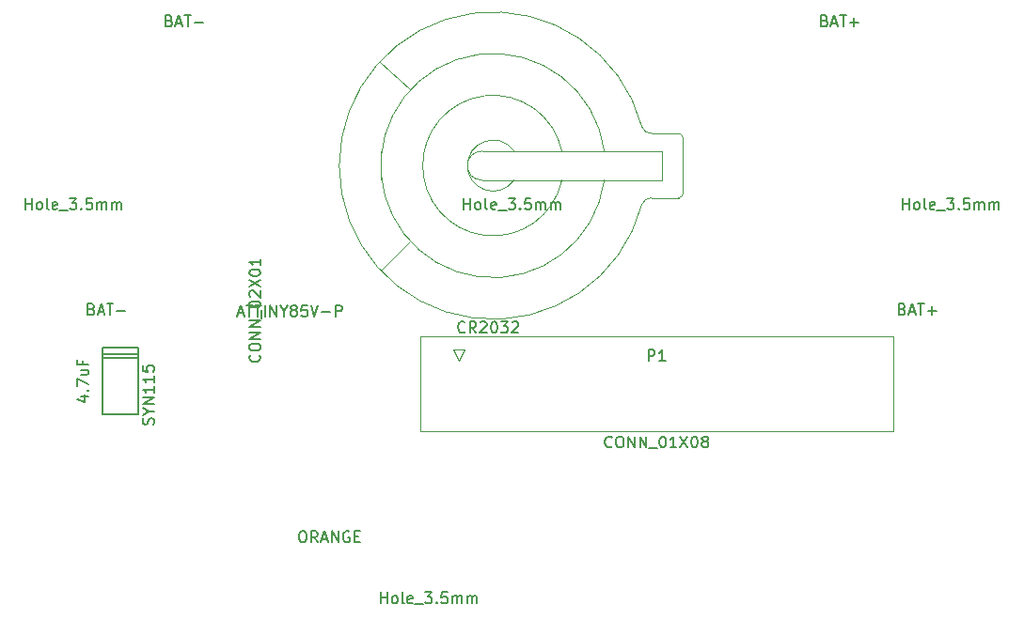
<source format=gbr>
G04 #@! TF.FileFunction,Other,Fab,Top*
%FSLAX46Y46*%
G04 Gerber Fmt 4.6, Leading zero omitted, Abs format (unit mm)*
G04 Created by KiCad (PCBNEW 4.0.5+dfsg1-4) date Tue May 16 10:22:51 2017*
%MOMM*%
%LPD*%
G01*
G04 APERTURE LIST*
%ADD10C,0.100000*%
%ADD11C,0.150000*%
G04 APERTURE END LIST*
D10*
X75200000Y-148350000D02*
X75200000Y-156950000D01*
X75200000Y-156950000D02*
X117840000Y-156950000D01*
X117840000Y-156950000D02*
X117840000Y-148350000D01*
X117840000Y-148350000D02*
X75200000Y-148350000D01*
X79240000Y-149600000D02*
X78740000Y-150600000D01*
X78740000Y-150600000D02*
X78240000Y-149600000D01*
X78240000Y-149600000D02*
X79240000Y-149600000D01*
X67940491Y-133033425D02*
G75*
G02X95190000Y-129500000I13849509J33425D01*
G01*
X67940491Y-132966575D02*
G75*
G03X95190000Y-136500000I13849509J-33425D01*
G01*
X95194277Y-129507818D02*
G75*
G03X96040000Y-130100000I845723J307818D01*
G01*
X95194277Y-136492182D02*
G75*
G02X96040000Y-135900000I845723J-307818D01*
G01*
X96040000Y-135900000D02*
X98490000Y-135900000D01*
X98490000Y-130100000D02*
X96040000Y-130100000D01*
X98490000Y-130100000D02*
G75*
G02X98890000Y-130500000I0J-400000D01*
G01*
X71770000Y-134300000D02*
G75*
G02X91810000Y-131700000I10020000J1300000D01*
G01*
X75458450Y-133203631D02*
G75*
G02X87990000Y-131700000I6331550J203631D01*
G01*
X79494552Y-133175833D02*
G75*
G02X83690000Y-131700000I2295448J175833D01*
G01*
X79494552Y-132824167D02*
G75*
G03X83690000Y-134300000I2295448J-175833D01*
G01*
X75458450Y-132796369D02*
G75*
G03X87990000Y-134300000I6331550J-203631D01*
G01*
X71770000Y-131700000D02*
G75*
G03X91810000Y-134300000I10020000J-1300000D01*
G01*
X98890000Y-135500000D02*
X98890000Y-130500000D01*
X96990000Y-131700000D02*
X80790000Y-131700000D01*
X80790000Y-134300000D02*
X96990000Y-134300000D01*
X80790000Y-131700000D02*
G75*
G03X80790000Y-134300000I0J-1300000D01*
G01*
X96990000Y-134300000D02*
X96990000Y-131700000D01*
X98490000Y-135900000D02*
G75*
G03X98890000Y-135500000I0J400000D01*
G01*
X74345900Y-126142000D02*
X71640000Y-123626600D01*
X74333200Y-139858000D02*
X71648100Y-142428800D01*
D11*
X49860000Y-149400000D02*
X46660000Y-149400000D01*
X46660000Y-149400000D02*
X46660000Y-155400000D01*
X46660000Y-155400000D02*
X49860000Y-155400000D01*
X49860000Y-155400000D02*
X49860000Y-149400000D01*
X49860000Y-150000000D02*
X46660000Y-150000000D01*
X49860000Y-150300000D02*
X46660000Y-150300000D01*
X51204762Y-156336667D02*
X51252381Y-156193810D01*
X51252381Y-155955714D01*
X51204762Y-155860476D01*
X51157143Y-155812857D01*
X51061905Y-155765238D01*
X50966667Y-155765238D01*
X50871429Y-155812857D01*
X50823810Y-155860476D01*
X50776190Y-155955714D01*
X50728571Y-156146191D01*
X50680952Y-156241429D01*
X50633333Y-156289048D01*
X50538095Y-156336667D01*
X50442857Y-156336667D01*
X50347619Y-156289048D01*
X50300000Y-156241429D01*
X50252381Y-156146191D01*
X50252381Y-155908095D01*
X50300000Y-155765238D01*
X50776190Y-155146191D02*
X51252381Y-155146191D01*
X50252381Y-155479524D02*
X50776190Y-155146191D01*
X50252381Y-154812857D01*
X51252381Y-154479524D02*
X50252381Y-154479524D01*
X51252381Y-153908095D01*
X50252381Y-153908095D01*
X51252381Y-152908095D02*
X51252381Y-153479524D01*
X51252381Y-153193810D02*
X50252381Y-153193810D01*
X50395238Y-153289048D01*
X50490476Y-153384286D01*
X50538095Y-153479524D01*
X51252381Y-151955714D02*
X51252381Y-152527143D01*
X51252381Y-152241429D02*
X50252381Y-152241429D01*
X50395238Y-152336667D01*
X50490476Y-152431905D01*
X50538095Y-152527143D01*
X50252381Y-151050952D02*
X50252381Y-151527143D01*
X50728571Y-151574762D01*
X50680952Y-151527143D01*
X50633333Y-151431905D01*
X50633333Y-151193809D01*
X50680952Y-151098571D01*
X50728571Y-151050952D01*
X50823810Y-151003333D01*
X51061905Y-151003333D01*
X51157143Y-151050952D01*
X51204762Y-151098571D01*
X51252381Y-151193809D01*
X51252381Y-151431905D01*
X51204762Y-151527143D01*
X51157143Y-151574762D01*
X92496191Y-158307143D02*
X92448572Y-158354762D01*
X92305715Y-158402381D01*
X92210477Y-158402381D01*
X92067619Y-158354762D01*
X91972381Y-158259524D01*
X91924762Y-158164286D01*
X91877143Y-157973810D01*
X91877143Y-157830952D01*
X91924762Y-157640476D01*
X91972381Y-157545238D01*
X92067619Y-157450000D01*
X92210477Y-157402381D01*
X92305715Y-157402381D01*
X92448572Y-157450000D01*
X92496191Y-157497619D01*
X93115238Y-157402381D02*
X93305715Y-157402381D01*
X93400953Y-157450000D01*
X93496191Y-157545238D01*
X93543810Y-157735714D01*
X93543810Y-158069048D01*
X93496191Y-158259524D01*
X93400953Y-158354762D01*
X93305715Y-158402381D01*
X93115238Y-158402381D01*
X93020000Y-158354762D01*
X92924762Y-158259524D01*
X92877143Y-158069048D01*
X92877143Y-157735714D01*
X92924762Y-157545238D01*
X93020000Y-157450000D01*
X93115238Y-157402381D01*
X93972381Y-158402381D02*
X93972381Y-157402381D01*
X94543810Y-158402381D01*
X94543810Y-157402381D01*
X95020000Y-158402381D02*
X95020000Y-157402381D01*
X95591429Y-158402381D01*
X95591429Y-157402381D01*
X95829524Y-158497619D02*
X96591429Y-158497619D01*
X97020000Y-157402381D02*
X97115239Y-157402381D01*
X97210477Y-157450000D01*
X97258096Y-157497619D01*
X97305715Y-157592857D01*
X97353334Y-157783333D01*
X97353334Y-158021429D01*
X97305715Y-158211905D01*
X97258096Y-158307143D01*
X97210477Y-158354762D01*
X97115239Y-158402381D01*
X97020000Y-158402381D01*
X96924762Y-158354762D01*
X96877143Y-158307143D01*
X96829524Y-158211905D01*
X96781905Y-158021429D01*
X96781905Y-157783333D01*
X96829524Y-157592857D01*
X96877143Y-157497619D01*
X96924762Y-157450000D01*
X97020000Y-157402381D01*
X98305715Y-158402381D02*
X97734286Y-158402381D01*
X98020000Y-158402381D02*
X98020000Y-157402381D01*
X97924762Y-157545238D01*
X97829524Y-157640476D01*
X97734286Y-157688095D01*
X98639048Y-157402381D02*
X99305715Y-158402381D01*
X99305715Y-157402381D02*
X98639048Y-158402381D01*
X99877143Y-157402381D02*
X99972382Y-157402381D01*
X100067620Y-157450000D01*
X100115239Y-157497619D01*
X100162858Y-157592857D01*
X100210477Y-157783333D01*
X100210477Y-158021429D01*
X100162858Y-158211905D01*
X100115239Y-158307143D01*
X100067620Y-158354762D01*
X99972382Y-158402381D01*
X99877143Y-158402381D01*
X99781905Y-158354762D01*
X99734286Y-158307143D01*
X99686667Y-158211905D01*
X99639048Y-158021429D01*
X99639048Y-157783333D01*
X99686667Y-157592857D01*
X99734286Y-157497619D01*
X99781905Y-157450000D01*
X99877143Y-157402381D01*
X100781905Y-157830952D02*
X100686667Y-157783333D01*
X100639048Y-157735714D01*
X100591429Y-157640476D01*
X100591429Y-157592857D01*
X100639048Y-157497619D01*
X100686667Y-157450000D01*
X100781905Y-157402381D01*
X100972382Y-157402381D01*
X101067620Y-157450000D01*
X101115239Y-157497619D01*
X101162858Y-157592857D01*
X101162858Y-157640476D01*
X101115239Y-157735714D01*
X101067620Y-157783333D01*
X100972382Y-157830952D01*
X100781905Y-157830952D01*
X100686667Y-157878571D01*
X100639048Y-157926190D01*
X100591429Y-158021429D01*
X100591429Y-158211905D01*
X100639048Y-158307143D01*
X100686667Y-158354762D01*
X100781905Y-158402381D01*
X100972382Y-158402381D01*
X101067620Y-158354762D01*
X101115239Y-158307143D01*
X101162858Y-158211905D01*
X101162858Y-158021429D01*
X101115239Y-157926190D01*
X101067620Y-157878571D01*
X100972382Y-157830952D01*
X95781905Y-150602381D02*
X95781905Y-149602381D01*
X96162858Y-149602381D01*
X96258096Y-149650000D01*
X96305715Y-149697619D01*
X96353334Y-149792857D01*
X96353334Y-149935714D01*
X96305715Y-150030952D01*
X96258096Y-150078571D01*
X96162858Y-150126190D01*
X95781905Y-150126190D01*
X97305715Y-150602381D02*
X96734286Y-150602381D01*
X97020000Y-150602381D02*
X97020000Y-149602381D01*
X96924762Y-149745238D01*
X96829524Y-149840476D01*
X96734286Y-149888095D01*
X79259762Y-147962143D02*
X79212143Y-148009762D01*
X79069286Y-148057381D01*
X78974048Y-148057381D01*
X78831190Y-148009762D01*
X78735952Y-147914524D01*
X78688333Y-147819286D01*
X78640714Y-147628810D01*
X78640714Y-147485952D01*
X78688333Y-147295476D01*
X78735952Y-147200238D01*
X78831190Y-147105000D01*
X78974048Y-147057381D01*
X79069286Y-147057381D01*
X79212143Y-147105000D01*
X79259762Y-147152619D01*
X80259762Y-148057381D02*
X79926428Y-147581190D01*
X79688333Y-148057381D02*
X79688333Y-147057381D01*
X80069286Y-147057381D01*
X80164524Y-147105000D01*
X80212143Y-147152619D01*
X80259762Y-147247857D01*
X80259762Y-147390714D01*
X80212143Y-147485952D01*
X80164524Y-147533571D01*
X80069286Y-147581190D01*
X79688333Y-147581190D01*
X80640714Y-147152619D02*
X80688333Y-147105000D01*
X80783571Y-147057381D01*
X81021667Y-147057381D01*
X81116905Y-147105000D01*
X81164524Y-147152619D01*
X81212143Y-147247857D01*
X81212143Y-147343095D01*
X81164524Y-147485952D01*
X80593095Y-148057381D01*
X81212143Y-148057381D01*
X81831190Y-147057381D02*
X81926429Y-147057381D01*
X82021667Y-147105000D01*
X82069286Y-147152619D01*
X82116905Y-147247857D01*
X82164524Y-147438333D01*
X82164524Y-147676429D01*
X82116905Y-147866905D01*
X82069286Y-147962143D01*
X82021667Y-148009762D01*
X81926429Y-148057381D01*
X81831190Y-148057381D01*
X81735952Y-148009762D01*
X81688333Y-147962143D01*
X81640714Y-147866905D01*
X81593095Y-147676429D01*
X81593095Y-147438333D01*
X81640714Y-147247857D01*
X81688333Y-147152619D01*
X81735952Y-147105000D01*
X81831190Y-147057381D01*
X82497857Y-147057381D02*
X83116905Y-147057381D01*
X82783571Y-147438333D01*
X82926429Y-147438333D01*
X83021667Y-147485952D01*
X83069286Y-147533571D01*
X83116905Y-147628810D01*
X83116905Y-147866905D01*
X83069286Y-147962143D01*
X83021667Y-148009762D01*
X82926429Y-148057381D01*
X82640714Y-148057381D01*
X82545476Y-148009762D01*
X82497857Y-147962143D01*
X83497857Y-147152619D02*
X83545476Y-147105000D01*
X83640714Y-147057381D01*
X83878810Y-147057381D01*
X83974048Y-147105000D01*
X84021667Y-147152619D01*
X84069286Y-147247857D01*
X84069286Y-147343095D01*
X84021667Y-147485952D01*
X83450238Y-148057381D01*
X84069286Y-148057381D01*
X111642858Y-119928571D02*
X111785715Y-119976190D01*
X111833334Y-120023810D01*
X111880953Y-120119048D01*
X111880953Y-120261905D01*
X111833334Y-120357143D01*
X111785715Y-120404762D01*
X111690477Y-120452381D01*
X111309524Y-120452381D01*
X111309524Y-119452381D01*
X111642858Y-119452381D01*
X111738096Y-119500000D01*
X111785715Y-119547619D01*
X111833334Y-119642857D01*
X111833334Y-119738095D01*
X111785715Y-119833333D01*
X111738096Y-119880952D01*
X111642858Y-119928571D01*
X111309524Y-119928571D01*
X112261905Y-120166667D02*
X112738096Y-120166667D01*
X112166667Y-120452381D02*
X112500000Y-119452381D01*
X112833334Y-120452381D01*
X113023810Y-119452381D02*
X113595239Y-119452381D01*
X113309524Y-120452381D02*
X113309524Y-119452381D01*
X113928572Y-120071429D02*
X114690477Y-120071429D01*
X114309525Y-120452381D02*
X114309525Y-119690476D01*
X52642858Y-119928571D02*
X52785715Y-119976190D01*
X52833334Y-120023810D01*
X52880953Y-120119048D01*
X52880953Y-120261905D01*
X52833334Y-120357143D01*
X52785715Y-120404762D01*
X52690477Y-120452381D01*
X52309524Y-120452381D01*
X52309524Y-119452381D01*
X52642858Y-119452381D01*
X52738096Y-119500000D01*
X52785715Y-119547619D01*
X52833334Y-119642857D01*
X52833334Y-119738095D01*
X52785715Y-119833333D01*
X52738096Y-119880952D01*
X52642858Y-119928571D01*
X52309524Y-119928571D01*
X53261905Y-120166667D02*
X53738096Y-120166667D01*
X53166667Y-120452381D02*
X53500000Y-119452381D01*
X53833334Y-120452381D01*
X54023810Y-119452381D02*
X54595239Y-119452381D01*
X54309524Y-120452381D02*
X54309524Y-119452381D01*
X54928572Y-120071429D02*
X55690477Y-120071429D01*
X64556000Y-165949381D02*
X64746477Y-165949381D01*
X64841715Y-165997000D01*
X64936953Y-166092238D01*
X64984572Y-166282714D01*
X64984572Y-166616048D01*
X64936953Y-166806524D01*
X64841715Y-166901762D01*
X64746477Y-166949381D01*
X64556000Y-166949381D01*
X64460762Y-166901762D01*
X64365524Y-166806524D01*
X64317905Y-166616048D01*
X64317905Y-166282714D01*
X64365524Y-166092238D01*
X64460762Y-165997000D01*
X64556000Y-165949381D01*
X65984572Y-166949381D02*
X65651238Y-166473190D01*
X65413143Y-166949381D02*
X65413143Y-165949381D01*
X65794096Y-165949381D01*
X65889334Y-165997000D01*
X65936953Y-166044619D01*
X65984572Y-166139857D01*
X65984572Y-166282714D01*
X65936953Y-166377952D01*
X65889334Y-166425571D01*
X65794096Y-166473190D01*
X65413143Y-166473190D01*
X66365524Y-166663667D02*
X66841715Y-166663667D01*
X66270286Y-166949381D02*
X66603619Y-165949381D01*
X66936953Y-166949381D01*
X67270286Y-166949381D02*
X67270286Y-165949381D01*
X67841715Y-166949381D01*
X67841715Y-165949381D01*
X68841715Y-165997000D02*
X68746477Y-165949381D01*
X68603620Y-165949381D01*
X68460762Y-165997000D01*
X68365524Y-166092238D01*
X68317905Y-166187476D01*
X68270286Y-166377952D01*
X68270286Y-166520810D01*
X68317905Y-166711286D01*
X68365524Y-166806524D01*
X68460762Y-166901762D01*
X68603620Y-166949381D01*
X68698858Y-166949381D01*
X68841715Y-166901762D01*
X68889334Y-166854143D01*
X68889334Y-166520810D01*
X68698858Y-166520810D01*
X69317905Y-166425571D02*
X69651239Y-166425571D01*
X69794096Y-166949381D02*
X69317905Y-166949381D01*
X69317905Y-165949381D01*
X69794096Y-165949381D01*
X60757143Y-150073809D02*
X60804762Y-150121428D01*
X60852381Y-150264285D01*
X60852381Y-150359523D01*
X60804762Y-150502381D01*
X60709524Y-150597619D01*
X60614286Y-150645238D01*
X60423810Y-150692857D01*
X60280952Y-150692857D01*
X60090476Y-150645238D01*
X59995238Y-150597619D01*
X59900000Y-150502381D01*
X59852381Y-150359523D01*
X59852381Y-150264285D01*
X59900000Y-150121428D01*
X59947619Y-150073809D01*
X59852381Y-149454762D02*
X59852381Y-149264285D01*
X59900000Y-149169047D01*
X59995238Y-149073809D01*
X60185714Y-149026190D01*
X60519048Y-149026190D01*
X60709524Y-149073809D01*
X60804762Y-149169047D01*
X60852381Y-149264285D01*
X60852381Y-149454762D01*
X60804762Y-149550000D01*
X60709524Y-149645238D01*
X60519048Y-149692857D01*
X60185714Y-149692857D01*
X59995238Y-149645238D01*
X59900000Y-149550000D01*
X59852381Y-149454762D01*
X60852381Y-148597619D02*
X59852381Y-148597619D01*
X60852381Y-148026190D01*
X59852381Y-148026190D01*
X60852381Y-147550000D02*
X59852381Y-147550000D01*
X60852381Y-146978571D01*
X59852381Y-146978571D01*
X60947619Y-146740476D02*
X60947619Y-145978571D01*
X59852381Y-145550000D02*
X59852381Y-145454761D01*
X59900000Y-145359523D01*
X59947619Y-145311904D01*
X60042857Y-145264285D01*
X60233333Y-145216666D01*
X60471429Y-145216666D01*
X60661905Y-145264285D01*
X60757143Y-145311904D01*
X60804762Y-145359523D01*
X60852381Y-145454761D01*
X60852381Y-145550000D01*
X60804762Y-145645238D01*
X60757143Y-145692857D01*
X60661905Y-145740476D01*
X60471429Y-145788095D01*
X60233333Y-145788095D01*
X60042857Y-145740476D01*
X59947619Y-145692857D01*
X59900000Y-145645238D01*
X59852381Y-145550000D01*
X59947619Y-144835714D02*
X59900000Y-144788095D01*
X59852381Y-144692857D01*
X59852381Y-144454761D01*
X59900000Y-144359523D01*
X59947619Y-144311904D01*
X60042857Y-144264285D01*
X60138095Y-144264285D01*
X60280952Y-144311904D01*
X60852381Y-144883333D01*
X60852381Y-144264285D01*
X59852381Y-143930952D02*
X60852381Y-143264285D01*
X59852381Y-143264285D02*
X60852381Y-143930952D01*
X59852381Y-142692857D02*
X59852381Y-142597618D01*
X59900000Y-142502380D01*
X59947619Y-142454761D01*
X60042857Y-142407142D01*
X60233333Y-142359523D01*
X60471429Y-142359523D01*
X60661905Y-142407142D01*
X60757143Y-142454761D01*
X60804762Y-142502380D01*
X60852381Y-142597618D01*
X60852381Y-142692857D01*
X60804762Y-142788095D01*
X60757143Y-142835714D01*
X60661905Y-142883333D01*
X60471429Y-142930952D01*
X60233333Y-142930952D01*
X60042857Y-142883333D01*
X59947619Y-142835714D01*
X59900000Y-142788095D01*
X59852381Y-142692857D01*
X60852381Y-141407142D02*
X60852381Y-141978571D01*
X60852381Y-141692857D02*
X59852381Y-141692857D01*
X59995238Y-141788095D01*
X60090476Y-141883333D01*
X60138095Y-141978571D01*
X44695714Y-153804761D02*
X45362381Y-153804761D01*
X44314762Y-154042857D02*
X45029048Y-154280952D01*
X45029048Y-153661904D01*
X45267143Y-153280952D02*
X45314762Y-153233333D01*
X45362381Y-153280952D01*
X45314762Y-153328571D01*
X45267143Y-153280952D01*
X45362381Y-153280952D01*
X44362381Y-152900000D02*
X44362381Y-152233333D01*
X45362381Y-152661905D01*
X44695714Y-151423809D02*
X45362381Y-151423809D01*
X44695714Y-151852381D02*
X45219524Y-151852381D01*
X45314762Y-151804762D01*
X45362381Y-151709524D01*
X45362381Y-151566666D01*
X45314762Y-151471428D01*
X45267143Y-151423809D01*
X44838571Y-150614285D02*
X44838571Y-150947619D01*
X45362381Y-150947619D02*
X44362381Y-150947619D01*
X44362381Y-150471428D01*
X118642858Y-145928571D02*
X118785715Y-145976190D01*
X118833334Y-146023810D01*
X118880953Y-146119048D01*
X118880953Y-146261905D01*
X118833334Y-146357143D01*
X118785715Y-146404762D01*
X118690477Y-146452381D01*
X118309524Y-146452381D01*
X118309524Y-145452381D01*
X118642858Y-145452381D01*
X118738096Y-145500000D01*
X118785715Y-145547619D01*
X118833334Y-145642857D01*
X118833334Y-145738095D01*
X118785715Y-145833333D01*
X118738096Y-145880952D01*
X118642858Y-145928571D01*
X118309524Y-145928571D01*
X119261905Y-146166667D02*
X119738096Y-146166667D01*
X119166667Y-146452381D02*
X119500000Y-145452381D01*
X119833334Y-146452381D01*
X120023810Y-145452381D02*
X120595239Y-145452381D01*
X120309524Y-146452381D02*
X120309524Y-145452381D01*
X120928572Y-146071429D02*
X121690477Y-146071429D01*
X121309525Y-146452381D02*
X121309525Y-145690476D01*
X45642858Y-145928571D02*
X45785715Y-145976190D01*
X45833334Y-146023810D01*
X45880953Y-146119048D01*
X45880953Y-146261905D01*
X45833334Y-146357143D01*
X45785715Y-146404762D01*
X45690477Y-146452381D01*
X45309524Y-146452381D01*
X45309524Y-145452381D01*
X45642858Y-145452381D01*
X45738096Y-145500000D01*
X45785715Y-145547619D01*
X45833334Y-145642857D01*
X45833334Y-145738095D01*
X45785715Y-145833333D01*
X45738096Y-145880952D01*
X45642858Y-145928571D01*
X45309524Y-145928571D01*
X46261905Y-146166667D02*
X46738096Y-146166667D01*
X46166667Y-146452381D02*
X46500000Y-145452381D01*
X46833334Y-146452381D01*
X47023810Y-145452381D02*
X47595239Y-145452381D01*
X47309524Y-146452381D02*
X47309524Y-145452381D01*
X47928572Y-146071429D02*
X48690477Y-146071429D01*
X79166667Y-136952381D02*
X79166667Y-135952381D01*
X79166667Y-136428571D02*
X79738096Y-136428571D01*
X79738096Y-136952381D02*
X79738096Y-135952381D01*
X80357143Y-136952381D02*
X80261905Y-136904762D01*
X80214286Y-136857143D01*
X80166667Y-136761905D01*
X80166667Y-136476190D01*
X80214286Y-136380952D01*
X80261905Y-136333333D01*
X80357143Y-136285714D01*
X80500001Y-136285714D01*
X80595239Y-136333333D01*
X80642858Y-136380952D01*
X80690477Y-136476190D01*
X80690477Y-136761905D01*
X80642858Y-136857143D01*
X80595239Y-136904762D01*
X80500001Y-136952381D01*
X80357143Y-136952381D01*
X81261905Y-136952381D02*
X81166667Y-136904762D01*
X81119048Y-136809524D01*
X81119048Y-135952381D01*
X82023811Y-136904762D02*
X81928573Y-136952381D01*
X81738096Y-136952381D01*
X81642858Y-136904762D01*
X81595239Y-136809524D01*
X81595239Y-136428571D01*
X81642858Y-136333333D01*
X81738096Y-136285714D01*
X81928573Y-136285714D01*
X82023811Y-136333333D01*
X82071430Y-136428571D01*
X82071430Y-136523810D01*
X81595239Y-136619048D01*
X82261906Y-137047619D02*
X83023811Y-137047619D01*
X83166668Y-135952381D02*
X83785716Y-135952381D01*
X83452382Y-136333333D01*
X83595240Y-136333333D01*
X83690478Y-136380952D01*
X83738097Y-136428571D01*
X83785716Y-136523810D01*
X83785716Y-136761905D01*
X83738097Y-136857143D01*
X83690478Y-136904762D01*
X83595240Y-136952381D01*
X83309525Y-136952381D01*
X83214287Y-136904762D01*
X83166668Y-136857143D01*
X84214287Y-136857143D02*
X84261906Y-136904762D01*
X84214287Y-136952381D01*
X84166668Y-136904762D01*
X84214287Y-136857143D01*
X84214287Y-136952381D01*
X85166668Y-135952381D02*
X84690477Y-135952381D01*
X84642858Y-136428571D01*
X84690477Y-136380952D01*
X84785715Y-136333333D01*
X85023811Y-136333333D01*
X85119049Y-136380952D01*
X85166668Y-136428571D01*
X85214287Y-136523810D01*
X85214287Y-136761905D01*
X85166668Y-136857143D01*
X85119049Y-136904762D01*
X85023811Y-136952381D01*
X84785715Y-136952381D01*
X84690477Y-136904762D01*
X84642858Y-136857143D01*
X85642858Y-136952381D02*
X85642858Y-136285714D01*
X85642858Y-136380952D02*
X85690477Y-136333333D01*
X85785715Y-136285714D01*
X85928573Y-136285714D01*
X86023811Y-136333333D01*
X86071430Y-136428571D01*
X86071430Y-136952381D01*
X86071430Y-136428571D02*
X86119049Y-136333333D01*
X86214287Y-136285714D01*
X86357144Y-136285714D01*
X86452382Y-136333333D01*
X86500001Y-136428571D01*
X86500001Y-136952381D01*
X86976191Y-136952381D02*
X86976191Y-136285714D01*
X86976191Y-136380952D02*
X87023810Y-136333333D01*
X87119048Y-136285714D01*
X87261906Y-136285714D01*
X87357144Y-136333333D01*
X87404763Y-136428571D01*
X87404763Y-136952381D01*
X87404763Y-136428571D02*
X87452382Y-136333333D01*
X87547620Y-136285714D01*
X87690477Y-136285714D01*
X87785715Y-136333333D01*
X87833334Y-136428571D01*
X87833334Y-136952381D01*
X118666667Y-136952381D02*
X118666667Y-135952381D01*
X118666667Y-136428571D02*
X119238096Y-136428571D01*
X119238096Y-136952381D02*
X119238096Y-135952381D01*
X119857143Y-136952381D02*
X119761905Y-136904762D01*
X119714286Y-136857143D01*
X119666667Y-136761905D01*
X119666667Y-136476190D01*
X119714286Y-136380952D01*
X119761905Y-136333333D01*
X119857143Y-136285714D01*
X120000001Y-136285714D01*
X120095239Y-136333333D01*
X120142858Y-136380952D01*
X120190477Y-136476190D01*
X120190477Y-136761905D01*
X120142858Y-136857143D01*
X120095239Y-136904762D01*
X120000001Y-136952381D01*
X119857143Y-136952381D01*
X120761905Y-136952381D02*
X120666667Y-136904762D01*
X120619048Y-136809524D01*
X120619048Y-135952381D01*
X121523811Y-136904762D02*
X121428573Y-136952381D01*
X121238096Y-136952381D01*
X121142858Y-136904762D01*
X121095239Y-136809524D01*
X121095239Y-136428571D01*
X121142858Y-136333333D01*
X121238096Y-136285714D01*
X121428573Y-136285714D01*
X121523811Y-136333333D01*
X121571430Y-136428571D01*
X121571430Y-136523810D01*
X121095239Y-136619048D01*
X121761906Y-137047619D02*
X122523811Y-137047619D01*
X122666668Y-135952381D02*
X123285716Y-135952381D01*
X122952382Y-136333333D01*
X123095240Y-136333333D01*
X123190478Y-136380952D01*
X123238097Y-136428571D01*
X123285716Y-136523810D01*
X123285716Y-136761905D01*
X123238097Y-136857143D01*
X123190478Y-136904762D01*
X123095240Y-136952381D01*
X122809525Y-136952381D01*
X122714287Y-136904762D01*
X122666668Y-136857143D01*
X123714287Y-136857143D02*
X123761906Y-136904762D01*
X123714287Y-136952381D01*
X123666668Y-136904762D01*
X123714287Y-136857143D01*
X123714287Y-136952381D01*
X124666668Y-135952381D02*
X124190477Y-135952381D01*
X124142858Y-136428571D01*
X124190477Y-136380952D01*
X124285715Y-136333333D01*
X124523811Y-136333333D01*
X124619049Y-136380952D01*
X124666668Y-136428571D01*
X124714287Y-136523810D01*
X124714287Y-136761905D01*
X124666668Y-136857143D01*
X124619049Y-136904762D01*
X124523811Y-136952381D01*
X124285715Y-136952381D01*
X124190477Y-136904762D01*
X124142858Y-136857143D01*
X125142858Y-136952381D02*
X125142858Y-136285714D01*
X125142858Y-136380952D02*
X125190477Y-136333333D01*
X125285715Y-136285714D01*
X125428573Y-136285714D01*
X125523811Y-136333333D01*
X125571430Y-136428571D01*
X125571430Y-136952381D01*
X125571430Y-136428571D02*
X125619049Y-136333333D01*
X125714287Y-136285714D01*
X125857144Y-136285714D01*
X125952382Y-136333333D01*
X126000001Y-136428571D01*
X126000001Y-136952381D01*
X126476191Y-136952381D02*
X126476191Y-136285714D01*
X126476191Y-136380952D02*
X126523810Y-136333333D01*
X126619048Y-136285714D01*
X126761906Y-136285714D01*
X126857144Y-136333333D01*
X126904763Y-136428571D01*
X126904763Y-136952381D01*
X126904763Y-136428571D02*
X126952382Y-136333333D01*
X127047620Y-136285714D01*
X127190477Y-136285714D01*
X127285715Y-136333333D01*
X127333334Y-136428571D01*
X127333334Y-136952381D01*
X39666667Y-136952381D02*
X39666667Y-135952381D01*
X39666667Y-136428571D02*
X40238096Y-136428571D01*
X40238096Y-136952381D02*
X40238096Y-135952381D01*
X40857143Y-136952381D02*
X40761905Y-136904762D01*
X40714286Y-136857143D01*
X40666667Y-136761905D01*
X40666667Y-136476190D01*
X40714286Y-136380952D01*
X40761905Y-136333333D01*
X40857143Y-136285714D01*
X41000001Y-136285714D01*
X41095239Y-136333333D01*
X41142858Y-136380952D01*
X41190477Y-136476190D01*
X41190477Y-136761905D01*
X41142858Y-136857143D01*
X41095239Y-136904762D01*
X41000001Y-136952381D01*
X40857143Y-136952381D01*
X41761905Y-136952381D02*
X41666667Y-136904762D01*
X41619048Y-136809524D01*
X41619048Y-135952381D01*
X42523811Y-136904762D02*
X42428573Y-136952381D01*
X42238096Y-136952381D01*
X42142858Y-136904762D01*
X42095239Y-136809524D01*
X42095239Y-136428571D01*
X42142858Y-136333333D01*
X42238096Y-136285714D01*
X42428573Y-136285714D01*
X42523811Y-136333333D01*
X42571430Y-136428571D01*
X42571430Y-136523810D01*
X42095239Y-136619048D01*
X42761906Y-137047619D02*
X43523811Y-137047619D01*
X43666668Y-135952381D02*
X44285716Y-135952381D01*
X43952382Y-136333333D01*
X44095240Y-136333333D01*
X44190478Y-136380952D01*
X44238097Y-136428571D01*
X44285716Y-136523810D01*
X44285716Y-136761905D01*
X44238097Y-136857143D01*
X44190478Y-136904762D01*
X44095240Y-136952381D01*
X43809525Y-136952381D01*
X43714287Y-136904762D01*
X43666668Y-136857143D01*
X44714287Y-136857143D02*
X44761906Y-136904762D01*
X44714287Y-136952381D01*
X44666668Y-136904762D01*
X44714287Y-136857143D01*
X44714287Y-136952381D01*
X45666668Y-135952381D02*
X45190477Y-135952381D01*
X45142858Y-136428571D01*
X45190477Y-136380952D01*
X45285715Y-136333333D01*
X45523811Y-136333333D01*
X45619049Y-136380952D01*
X45666668Y-136428571D01*
X45714287Y-136523810D01*
X45714287Y-136761905D01*
X45666668Y-136857143D01*
X45619049Y-136904762D01*
X45523811Y-136952381D01*
X45285715Y-136952381D01*
X45190477Y-136904762D01*
X45142858Y-136857143D01*
X46142858Y-136952381D02*
X46142858Y-136285714D01*
X46142858Y-136380952D02*
X46190477Y-136333333D01*
X46285715Y-136285714D01*
X46428573Y-136285714D01*
X46523811Y-136333333D01*
X46571430Y-136428571D01*
X46571430Y-136952381D01*
X46571430Y-136428571D02*
X46619049Y-136333333D01*
X46714287Y-136285714D01*
X46857144Y-136285714D01*
X46952382Y-136333333D01*
X47000001Y-136428571D01*
X47000001Y-136952381D01*
X47476191Y-136952381D02*
X47476191Y-136285714D01*
X47476191Y-136380952D02*
X47523810Y-136333333D01*
X47619048Y-136285714D01*
X47761906Y-136285714D01*
X47857144Y-136333333D01*
X47904763Y-136428571D01*
X47904763Y-136952381D01*
X47904763Y-136428571D02*
X47952382Y-136333333D01*
X48047620Y-136285714D01*
X48190477Y-136285714D01*
X48285715Y-136333333D01*
X48333334Y-136428571D01*
X48333334Y-136952381D01*
X71666667Y-172452381D02*
X71666667Y-171452381D01*
X71666667Y-171928571D02*
X72238096Y-171928571D01*
X72238096Y-172452381D02*
X72238096Y-171452381D01*
X72857143Y-172452381D02*
X72761905Y-172404762D01*
X72714286Y-172357143D01*
X72666667Y-172261905D01*
X72666667Y-171976190D01*
X72714286Y-171880952D01*
X72761905Y-171833333D01*
X72857143Y-171785714D01*
X73000001Y-171785714D01*
X73095239Y-171833333D01*
X73142858Y-171880952D01*
X73190477Y-171976190D01*
X73190477Y-172261905D01*
X73142858Y-172357143D01*
X73095239Y-172404762D01*
X73000001Y-172452381D01*
X72857143Y-172452381D01*
X73761905Y-172452381D02*
X73666667Y-172404762D01*
X73619048Y-172309524D01*
X73619048Y-171452381D01*
X74523811Y-172404762D02*
X74428573Y-172452381D01*
X74238096Y-172452381D01*
X74142858Y-172404762D01*
X74095239Y-172309524D01*
X74095239Y-171928571D01*
X74142858Y-171833333D01*
X74238096Y-171785714D01*
X74428573Y-171785714D01*
X74523811Y-171833333D01*
X74571430Y-171928571D01*
X74571430Y-172023810D01*
X74095239Y-172119048D01*
X74761906Y-172547619D02*
X75523811Y-172547619D01*
X75666668Y-171452381D02*
X76285716Y-171452381D01*
X75952382Y-171833333D01*
X76095240Y-171833333D01*
X76190478Y-171880952D01*
X76238097Y-171928571D01*
X76285716Y-172023810D01*
X76285716Y-172261905D01*
X76238097Y-172357143D01*
X76190478Y-172404762D01*
X76095240Y-172452381D01*
X75809525Y-172452381D01*
X75714287Y-172404762D01*
X75666668Y-172357143D01*
X76714287Y-172357143D02*
X76761906Y-172404762D01*
X76714287Y-172452381D01*
X76666668Y-172404762D01*
X76714287Y-172357143D01*
X76714287Y-172452381D01*
X77666668Y-171452381D02*
X77190477Y-171452381D01*
X77142858Y-171928571D01*
X77190477Y-171880952D01*
X77285715Y-171833333D01*
X77523811Y-171833333D01*
X77619049Y-171880952D01*
X77666668Y-171928571D01*
X77714287Y-172023810D01*
X77714287Y-172261905D01*
X77666668Y-172357143D01*
X77619049Y-172404762D01*
X77523811Y-172452381D01*
X77285715Y-172452381D01*
X77190477Y-172404762D01*
X77142858Y-172357143D01*
X78142858Y-172452381D02*
X78142858Y-171785714D01*
X78142858Y-171880952D02*
X78190477Y-171833333D01*
X78285715Y-171785714D01*
X78428573Y-171785714D01*
X78523811Y-171833333D01*
X78571430Y-171928571D01*
X78571430Y-172452381D01*
X78571430Y-171928571D02*
X78619049Y-171833333D01*
X78714287Y-171785714D01*
X78857144Y-171785714D01*
X78952382Y-171833333D01*
X79000001Y-171928571D01*
X79000001Y-172452381D01*
X79476191Y-172452381D02*
X79476191Y-171785714D01*
X79476191Y-171880952D02*
X79523810Y-171833333D01*
X79619048Y-171785714D01*
X79761906Y-171785714D01*
X79857144Y-171833333D01*
X79904763Y-171928571D01*
X79904763Y-172452381D01*
X79904763Y-171928571D02*
X79952382Y-171833333D01*
X80047620Y-171785714D01*
X80190477Y-171785714D01*
X80285715Y-171833333D01*
X80333334Y-171928571D01*
X80333334Y-172452381D01*
X58809524Y-146306667D02*
X59285715Y-146306667D01*
X58714286Y-146592381D02*
X59047619Y-145592381D01*
X59380953Y-146592381D01*
X59571429Y-145592381D02*
X60142858Y-145592381D01*
X59857143Y-146592381D02*
X59857143Y-145592381D01*
X60333334Y-145592381D02*
X60904763Y-145592381D01*
X60619048Y-146592381D02*
X60619048Y-145592381D01*
X61238096Y-146592381D02*
X61238096Y-145592381D01*
X61714286Y-146592381D02*
X61714286Y-145592381D01*
X62285715Y-146592381D01*
X62285715Y-145592381D01*
X62952381Y-146116190D02*
X62952381Y-146592381D01*
X62619048Y-145592381D02*
X62952381Y-146116190D01*
X63285715Y-145592381D01*
X63761905Y-146020952D02*
X63666667Y-145973333D01*
X63619048Y-145925714D01*
X63571429Y-145830476D01*
X63571429Y-145782857D01*
X63619048Y-145687619D01*
X63666667Y-145640000D01*
X63761905Y-145592381D01*
X63952382Y-145592381D01*
X64047620Y-145640000D01*
X64095239Y-145687619D01*
X64142858Y-145782857D01*
X64142858Y-145830476D01*
X64095239Y-145925714D01*
X64047620Y-145973333D01*
X63952382Y-146020952D01*
X63761905Y-146020952D01*
X63666667Y-146068571D01*
X63619048Y-146116190D01*
X63571429Y-146211429D01*
X63571429Y-146401905D01*
X63619048Y-146497143D01*
X63666667Y-146544762D01*
X63761905Y-146592381D01*
X63952382Y-146592381D01*
X64047620Y-146544762D01*
X64095239Y-146497143D01*
X64142858Y-146401905D01*
X64142858Y-146211429D01*
X64095239Y-146116190D01*
X64047620Y-146068571D01*
X63952382Y-146020952D01*
X65047620Y-145592381D02*
X64571429Y-145592381D01*
X64523810Y-146068571D01*
X64571429Y-146020952D01*
X64666667Y-145973333D01*
X64904763Y-145973333D01*
X65000001Y-146020952D01*
X65047620Y-146068571D01*
X65095239Y-146163810D01*
X65095239Y-146401905D01*
X65047620Y-146497143D01*
X65000001Y-146544762D01*
X64904763Y-146592381D01*
X64666667Y-146592381D01*
X64571429Y-146544762D01*
X64523810Y-146497143D01*
X65380953Y-145592381D02*
X65714286Y-146592381D01*
X66047620Y-145592381D01*
X66380953Y-146211429D02*
X67142858Y-146211429D01*
X67619048Y-146592381D02*
X67619048Y-145592381D01*
X68000001Y-145592381D01*
X68095239Y-145640000D01*
X68142858Y-145687619D01*
X68190477Y-145782857D01*
X68190477Y-145925714D01*
X68142858Y-146020952D01*
X68095239Y-146068571D01*
X68000001Y-146116190D01*
X67619048Y-146116190D01*
M02*

</source>
